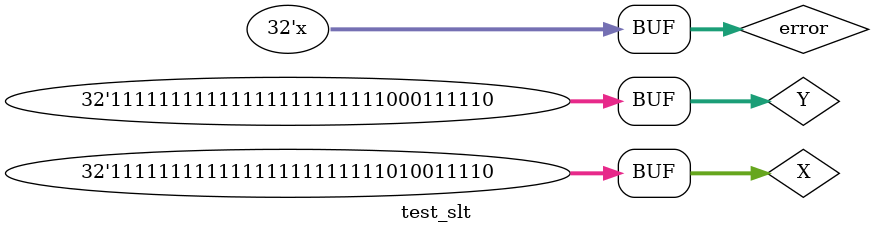
<source format=v>
`timescale 1ns / 1ps


module test_slt;

	// Inputs
	reg signed [31:0] X;
	reg signed [31:0] Y;

	// Outputs
	wire signed [31:0] Z;

	// Instantiate the Unit Under Test (UUT)
	slt_operator uut (
		.X(X), 
		.Y(Y), 
		.Z(Z)
	);
	integer error = 0;
	initial begin
		// Initialize Inputs
		X = 0;
		Y = 0;

		// Wait 100 ns for global reset to finish
		#100;
        
		// Add stimulus here
		X = 32'd354;	//expect 1
		Y = 32'd450;
		#10;
		
		Y = 32'd204;	// expect 0
		#10;
		
		X = ~X + 1;	//expect 1
		#10;
		
		Y = ~Y + 1;	//expect 1
		#10;
		
		Y = 32'd450;	//expect 0
		Y = ~Y + 1;
		#10;

	end
	always @(X, Y) begin
		#3;
		if((Y > X) && (Z != 1)) begin
			$display("ERROR: X = %d, Y = %d, out = %d", X, Y, Z);
			error = error +1;
		end
		if((Y < X) && (Z == 1)) begin
			$display("ERROR: X = %d, Y = %d, out = %d", X, Y, Z);
			error = error +1;
		end
	end
      
endmodule


</source>
